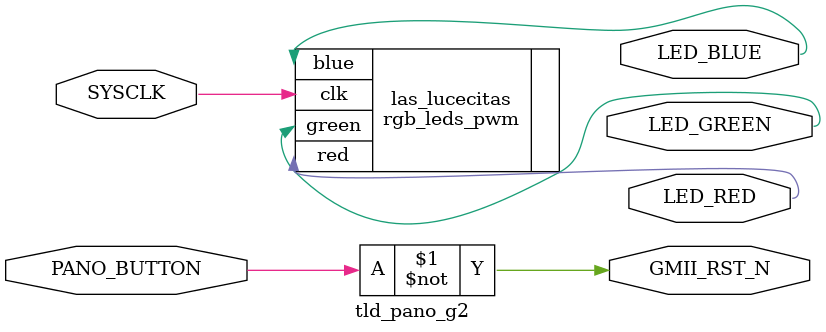
<source format=v>
`timescale 1ns / 1ps
`default_nettype none


module tld_pano_g2 (
  input wire SYSCLK,
  input wire PANO_BUTTON,  // nivel bajo al pulsarlo
  output wire LED_RED,
  output wire LED_GREEN,
  output wire LED_BLUE,
  output wire GMII_RST_N  // reset de la Marvell a nivel bajo
  );
  
  assign GMII_RST_N = ~PANO_BUTTON;  
  // con el boton pulsado, se desactiva el reset de la Marvell y
  // el reloj que "ve" la FPGA pasa de 25 a 125 MHz
  // Con el boton soltado, la Marvell está reseteada y su mux
  // interno ruta el reloj de 25 MHz en lugar del de 125 MHz
  
  rgb_leds_pwm las_lucecitas (
    .clk(SYSCLK),  // 25 MHz
    .red(LED_RED),
    .green(LED_GREEN),
    .blue(LED_BLUE)
  );
endmodule

</source>
